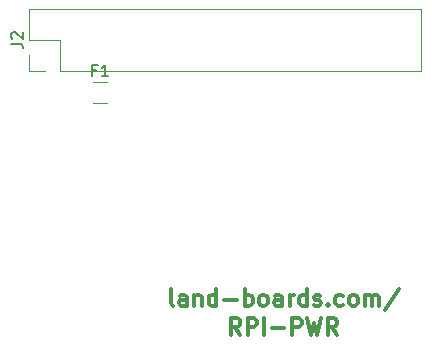
<source format=gbr>
G04 #@! TF.GenerationSoftware,KiCad,Pcbnew,(5.1.5)-3*
G04 #@! TF.CreationDate,2020-05-30T10:08:20-04:00*
G04 #@! TF.ProjectId,RPI-PWR,5250492d-5057-4522-9e6b-696361645f70,3*
G04 #@! TF.SameCoordinates,Original*
G04 #@! TF.FileFunction,Legend,Top*
G04 #@! TF.FilePolarity,Positive*
%FSLAX46Y46*%
G04 Gerber Fmt 4.6, Leading zero omitted, Abs format (unit mm)*
G04 Created by KiCad (PCBNEW (5.1.5)-3) date 2020-05-30 10:08:20*
%MOMM*%
%LPD*%
G04 APERTURE LIST*
%ADD10C,0.349250*%
%ADD11C,0.120000*%
%ADD12C,0.150000*%
G04 APERTURE END LIST*
D10*
X12802204Y-25673201D02*
X12669157Y-25606677D01*
X12602633Y-25473629D01*
X12602633Y-24276201D01*
X13933109Y-25673201D02*
X13933109Y-24941439D01*
X13866585Y-24808391D01*
X13733538Y-24741867D01*
X13467442Y-24741867D01*
X13334395Y-24808391D01*
X13933109Y-25606677D02*
X13800061Y-25673201D01*
X13467442Y-25673201D01*
X13334395Y-25606677D01*
X13267871Y-25473629D01*
X13267871Y-25340582D01*
X13334395Y-25207534D01*
X13467442Y-25141010D01*
X13800061Y-25141010D01*
X13933109Y-25074486D01*
X14598347Y-24741867D02*
X14598347Y-25673201D01*
X14598347Y-24874915D02*
X14664871Y-24808391D01*
X14797919Y-24741867D01*
X14997490Y-24741867D01*
X15130538Y-24808391D01*
X15197061Y-24941439D01*
X15197061Y-25673201D01*
X16461014Y-25673201D02*
X16461014Y-24276201D01*
X16461014Y-25606677D02*
X16327966Y-25673201D01*
X16061871Y-25673201D01*
X15928823Y-25606677D01*
X15862299Y-25540153D01*
X15795776Y-25407105D01*
X15795776Y-25007963D01*
X15862299Y-24874915D01*
X15928823Y-24808391D01*
X16061871Y-24741867D01*
X16327966Y-24741867D01*
X16461014Y-24808391D01*
X17126252Y-25141010D02*
X18190633Y-25141010D01*
X18855871Y-25673201D02*
X18855871Y-24276201D01*
X18855871Y-24808391D02*
X18988919Y-24741867D01*
X19255014Y-24741867D01*
X19388061Y-24808391D01*
X19454585Y-24874915D01*
X19521109Y-25007963D01*
X19521109Y-25407105D01*
X19454585Y-25540153D01*
X19388061Y-25606677D01*
X19255014Y-25673201D01*
X18988919Y-25673201D01*
X18855871Y-25606677D01*
X20319395Y-25673201D02*
X20186347Y-25606677D01*
X20119823Y-25540153D01*
X20053299Y-25407105D01*
X20053299Y-25007963D01*
X20119823Y-24874915D01*
X20186347Y-24808391D01*
X20319395Y-24741867D01*
X20518966Y-24741867D01*
X20652014Y-24808391D01*
X20718538Y-24874915D01*
X20785061Y-25007963D01*
X20785061Y-25407105D01*
X20718538Y-25540153D01*
X20652014Y-25606677D01*
X20518966Y-25673201D01*
X20319395Y-25673201D01*
X21982490Y-25673201D02*
X21982490Y-24941439D01*
X21915966Y-24808391D01*
X21782919Y-24741867D01*
X21516823Y-24741867D01*
X21383776Y-24808391D01*
X21982490Y-25606677D02*
X21849442Y-25673201D01*
X21516823Y-25673201D01*
X21383776Y-25606677D01*
X21317252Y-25473629D01*
X21317252Y-25340582D01*
X21383776Y-25207534D01*
X21516823Y-25141010D01*
X21849442Y-25141010D01*
X21982490Y-25074486D01*
X22647728Y-25673201D02*
X22647728Y-24741867D01*
X22647728Y-25007963D02*
X22714252Y-24874915D01*
X22780776Y-24808391D01*
X22913823Y-24741867D01*
X23046871Y-24741867D01*
X24111252Y-25673201D02*
X24111252Y-24276201D01*
X24111252Y-25606677D02*
X23978204Y-25673201D01*
X23712109Y-25673201D01*
X23579061Y-25606677D01*
X23512538Y-25540153D01*
X23446014Y-25407105D01*
X23446014Y-25007963D01*
X23512538Y-24874915D01*
X23579061Y-24808391D01*
X23712109Y-24741867D01*
X23978204Y-24741867D01*
X24111252Y-24808391D01*
X24709966Y-25606677D02*
X24843014Y-25673201D01*
X25109109Y-25673201D01*
X25242157Y-25606677D01*
X25308680Y-25473629D01*
X25308680Y-25407105D01*
X25242157Y-25274058D01*
X25109109Y-25207534D01*
X24909538Y-25207534D01*
X24776490Y-25141010D01*
X24709966Y-25007963D01*
X24709966Y-24941439D01*
X24776490Y-24808391D01*
X24909538Y-24741867D01*
X25109109Y-24741867D01*
X25242157Y-24808391D01*
X25907395Y-25540153D02*
X25973919Y-25606677D01*
X25907395Y-25673201D01*
X25840871Y-25606677D01*
X25907395Y-25540153D01*
X25907395Y-25673201D01*
X27171347Y-25606677D02*
X27038299Y-25673201D01*
X26772204Y-25673201D01*
X26639157Y-25606677D01*
X26572633Y-25540153D01*
X26506109Y-25407105D01*
X26506109Y-25007963D01*
X26572633Y-24874915D01*
X26639157Y-24808391D01*
X26772204Y-24741867D01*
X27038299Y-24741867D01*
X27171347Y-24808391D01*
X27969633Y-25673201D02*
X27836585Y-25606677D01*
X27770061Y-25540153D01*
X27703538Y-25407105D01*
X27703538Y-25007963D01*
X27770061Y-24874915D01*
X27836585Y-24808391D01*
X27969633Y-24741867D01*
X28169204Y-24741867D01*
X28302252Y-24808391D01*
X28368776Y-24874915D01*
X28435299Y-25007963D01*
X28435299Y-25407105D01*
X28368776Y-25540153D01*
X28302252Y-25606677D01*
X28169204Y-25673201D01*
X27969633Y-25673201D01*
X29034014Y-25673201D02*
X29034014Y-24741867D01*
X29034014Y-24874915D02*
X29100538Y-24808391D01*
X29233585Y-24741867D01*
X29433157Y-24741867D01*
X29566204Y-24808391D01*
X29632728Y-24941439D01*
X29632728Y-25673201D01*
X29632728Y-24941439D02*
X29699252Y-24808391D01*
X29832299Y-24741867D01*
X30031871Y-24741867D01*
X30164919Y-24808391D01*
X30231442Y-24941439D01*
X30231442Y-25673201D01*
X31894538Y-24209677D02*
X30697109Y-26005820D01*
X18489990Y-28117951D02*
X18024323Y-27452713D01*
X17691704Y-28117951D02*
X17691704Y-26720951D01*
X18223895Y-26720951D01*
X18356942Y-26787475D01*
X18423466Y-26853998D01*
X18489990Y-26987046D01*
X18489990Y-27186617D01*
X18423466Y-27319665D01*
X18356942Y-27386189D01*
X18223895Y-27452713D01*
X17691704Y-27452713D01*
X19088704Y-28117951D02*
X19088704Y-26720951D01*
X19620895Y-26720951D01*
X19753942Y-26787475D01*
X19820466Y-26853998D01*
X19886990Y-26987046D01*
X19886990Y-27186617D01*
X19820466Y-27319665D01*
X19753942Y-27386189D01*
X19620895Y-27452713D01*
X19088704Y-27452713D01*
X20485704Y-28117951D02*
X20485704Y-26720951D01*
X21150942Y-27585760D02*
X22215323Y-27585760D01*
X22880561Y-28117951D02*
X22880561Y-26720951D01*
X23412752Y-26720951D01*
X23545800Y-26787475D01*
X23612323Y-26853998D01*
X23678847Y-26987046D01*
X23678847Y-27186617D01*
X23612323Y-27319665D01*
X23545800Y-27386189D01*
X23412752Y-27452713D01*
X22880561Y-27452713D01*
X24144514Y-26720951D02*
X24477133Y-28117951D01*
X24743228Y-27120094D01*
X25009323Y-28117951D01*
X25341942Y-26720951D01*
X26672419Y-28117951D02*
X26206752Y-27452713D01*
X25874133Y-28117951D02*
X25874133Y-26720951D01*
X26406323Y-26720951D01*
X26539371Y-26787475D01*
X26605895Y-26853998D01*
X26672419Y-26987046D01*
X26672419Y-27186617D01*
X26605895Y-27319665D01*
X26539371Y-27386189D01*
X26406323Y-27452713D01*
X25874133Y-27452713D01*
D11*
X6001936Y-6710000D02*
X7206064Y-6710000D01*
X6001936Y-8530000D02*
X7206064Y-8530000D01*
X33765800Y-5749600D02*
X33765800Y-549600D01*
X3225800Y-5749600D02*
X33765800Y-5749600D01*
X625800Y-549600D02*
X33765800Y-549600D01*
X3225800Y-5749600D02*
X3225800Y-3149600D01*
X3225800Y-3149600D02*
X625800Y-3149600D01*
X625800Y-3149600D02*
X625800Y-549600D01*
X1955800Y-5749600D02*
X625800Y-5749600D01*
X625800Y-5749600D02*
X625800Y-4419600D01*
D12*
X6270666Y-5728571D02*
X5937333Y-5728571D01*
X5937333Y-6252380D02*
X5937333Y-5252380D01*
X6413523Y-5252380D01*
X7318285Y-6252380D02*
X6746857Y-6252380D01*
X7032571Y-6252380D02*
X7032571Y-5252380D01*
X6937333Y-5395238D01*
X6842095Y-5490476D01*
X6746857Y-5538095D01*
X-921819Y-3482933D02*
X-207533Y-3482933D01*
X-64676Y-3530552D01*
X30561Y-3625790D01*
X78180Y-3768647D01*
X78180Y-3863885D01*
X-826580Y-3054361D02*
X-874200Y-3006742D01*
X-921819Y-2911504D01*
X-921819Y-2673409D01*
X-874200Y-2578171D01*
X-826580Y-2530552D01*
X-731342Y-2482933D01*
X-636104Y-2482933D01*
X-493247Y-2530552D01*
X78180Y-3101980D01*
X78180Y-2482933D01*
M02*

</source>
